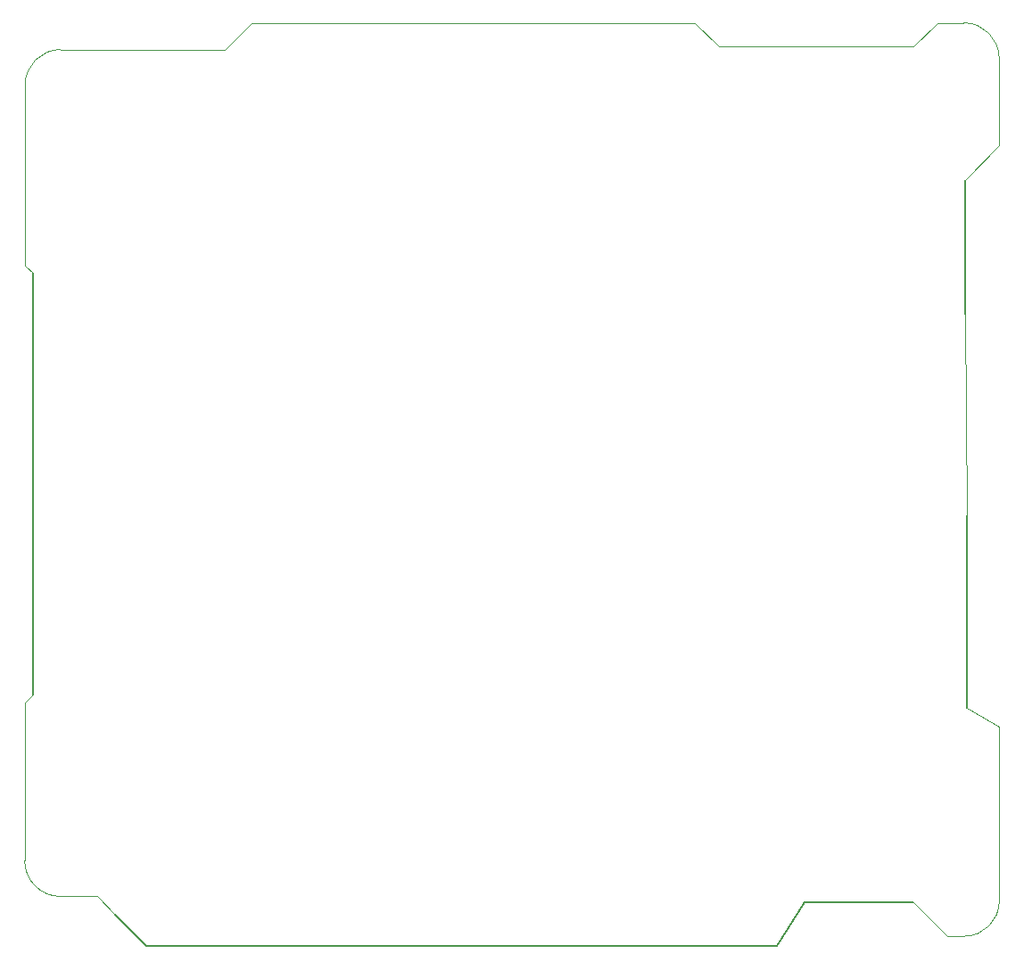
<source format=gbr>
G04 #@! TF.GenerationSoftware,KiCad,Pcbnew,(5.1.2)-2*
G04 #@! TF.CreationDate,2021-11-10T11:25:58-03:00*
G04 #@! TF.ProjectId,MAG_Plus,4d41475f-506c-4757-932e-6b696361645f,rev?*
G04 #@! TF.SameCoordinates,Original*
G04 #@! TF.FileFunction,Profile,NP*
%FSLAX46Y46*%
G04 Gerber Fmt 4.6, Leading zero omitted, Abs format (unit mm)*
G04 Created by KiCad (PCBNEW (5.1.2)-2) date 2021-11-10 11:25:58*
%MOMM*%
%LPD*%
G04 APERTURE LIST*
%ADD10C,0.050000*%
%ADD11C,0.200000*%
G04 APERTURE END LIST*
D10*
X121220000Y-129480000D02*
X122840000Y-129480000D01*
X118030000Y-126290000D02*
X121220000Y-129480000D01*
X52670000Y-45270000D02*
X55210000Y-42730000D01*
X33650000Y-107270000D02*
X34420000Y-106500000D01*
X33700000Y-65780000D02*
X34420000Y-66500000D01*
X97280000Y-42730000D02*
X99550000Y-45000000D01*
X40540000Y-125700000D02*
X37050000Y-125700000D01*
X42230000Y-127430000D02*
X40540000Y-125700000D01*
X120300000Y-42730000D02*
X118030000Y-45000000D01*
X97280000Y-42730000D02*
X55210000Y-42730000D01*
X52670000Y-45270000D02*
X37050000Y-45270000D01*
X123130000Y-107790000D02*
X126160000Y-109540000D01*
X122910000Y-57630000D02*
X126160000Y-54380000D01*
X122790000Y-42730000D02*
X120300000Y-42730000D01*
X126160000Y-46100000D02*
X126160000Y-54380000D01*
X126159986Y-126150292D02*
X126160000Y-109540000D01*
X33650000Y-122300000D02*
X33650000Y-107270000D01*
X33700000Y-48620000D02*
X33700000Y-65780000D01*
X33700000Y-48620000D02*
G75*
G02X37050000Y-45270000I3350000J0D01*
G01*
X122790000Y-42730000D02*
G75*
G02X126160000Y-46100000I0J-3370000D01*
G01*
X126159986Y-126150292D02*
G75*
G02X122840000Y-129480000I-3319986J-9708D01*
G01*
X37050000Y-125700000D02*
G75*
G02X33650000Y-122300000I0J3400000D01*
G01*
X123130000Y-89500000D02*
X122910000Y-70380000D01*
X118030000Y-45000000D02*
X99550000Y-45000000D01*
D11*
X122910000Y-57630000D02*
X122910000Y-70380000D01*
X123130000Y-89500000D02*
X123130000Y-107790000D01*
X118030000Y-126290000D02*
X107640000Y-126290000D01*
X105090000Y-130390000D02*
X45190000Y-130390000D01*
X107640000Y-126290000D02*
X105090000Y-130390000D01*
X34420000Y-106500000D02*
X34420000Y-66500000D01*
X45190000Y-130390000D02*
X42230000Y-127430000D01*
M02*

</source>
